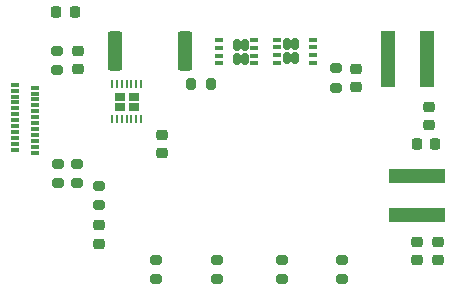
<source format=gbr>
%TF.GenerationSoftware,KiCad,Pcbnew,7.0.10-7.0.10~ubuntu20.04.1*%
%TF.CreationDate,2024-10-07T18:01:58+02:00*%
%TF.ProjectId,powerplay,706f7765-7270-46c6-9179-2e6b69636164,rev?*%
%TF.SameCoordinates,Original*%
%TF.FileFunction,Paste,Top*%
%TF.FilePolarity,Positive*%
%FSLAX46Y46*%
G04 Gerber Fmt 4.6, Leading zero omitted, Abs format (unit mm)*
G04 Created by KiCad (PCBNEW 7.0.10-7.0.10~ubuntu20.04.1) date 2024-10-07 18:01:58*
%MOMM*%
%LPD*%
G01*
G04 APERTURE LIST*
G04 Aperture macros list*
%AMRoundRect*
0 Rectangle with rounded corners*
0 $1 Rounding radius*
0 $2 $3 $4 $5 $6 $7 $8 $9 X,Y pos of 4 corners*
0 Add a 4 corners polygon primitive as box body*
4,1,4,$2,$3,$4,$5,$6,$7,$8,$9,$2,$3,0*
0 Add four circle primitives for the rounded corners*
1,1,$1+$1,$2,$3*
1,1,$1+$1,$4,$5*
1,1,$1+$1,$6,$7*
1,1,$1+$1,$8,$9*
0 Add four rect primitives between the rounded corners*
20,1,$1+$1,$2,$3,$4,$5,0*
20,1,$1+$1,$4,$5,$6,$7,0*
20,1,$1+$1,$6,$7,$8,$9,0*
20,1,$1+$1,$8,$9,$2,$3,0*%
G04 Aperture macros list end*
%ADD10RoundRect,0.200000X-0.275000X0.200000X-0.275000X-0.200000X0.275000X-0.200000X0.275000X0.200000X0*%
%ADD11RoundRect,0.150000X0.150000X0.350000X-0.150000X0.350000X-0.150000X-0.350000X0.150000X-0.350000X0*%
%ADD12RoundRect,0.105000X0.245000X0.105000X-0.245000X0.105000X-0.245000X-0.105000X0.245000X-0.105000X0*%
%ADD13RoundRect,0.218750X0.256250X-0.218750X0.256250X0.218750X-0.256250X0.218750X-0.256250X-0.218750X0*%
%ADD14RoundRect,0.150000X-0.150000X-0.350000X0.150000X-0.350000X0.150000X0.350000X-0.150000X0.350000X0*%
%ADD15RoundRect,0.105000X-0.245000X-0.105000X0.245000X-0.105000X0.245000X0.105000X-0.245000X0.105000X0*%
%ADD16R,0.970000X0.700000*%
%ADD17R,0.250000X0.700000*%
%ADD18R,4.700000X1.180000*%
%ADD19RoundRect,0.225000X-0.250000X0.225000X-0.250000X-0.225000X0.250000X-0.225000X0.250000X0.225000X0*%
%ADD20RoundRect,0.225000X0.250000X-0.225000X0.250000X0.225000X-0.250000X0.225000X-0.250000X-0.225000X0*%
%ADD21RoundRect,0.200000X0.275000X-0.200000X0.275000X0.200000X-0.275000X0.200000X-0.275000X-0.200000X0*%
%ADD22R,0.700000X0.300000*%
%ADD23R,1.180000X4.700000*%
%ADD24RoundRect,0.218750X0.218750X0.256250X-0.218750X0.256250X-0.218750X-0.256250X0.218750X-0.256250X0*%
%ADD25RoundRect,0.225000X-0.225000X-0.250000X0.225000X-0.250000X0.225000X0.250000X-0.225000X0.250000X0*%
%ADD26RoundRect,0.200000X-0.200000X-0.275000X0.200000X-0.275000X0.200000X0.275000X-0.200000X0.275000X0*%
%ADD27RoundRect,0.250000X-0.362500X-1.425000X0.362500X-1.425000X0.362500X1.425000X-0.362500X1.425000X0*%
G04 APERTURE END LIST*
D10*
%TO.C,R9*%
X149931904Y-92584000D03*
X149931904Y-94234000D03*
%TD*%
D11*
%TO.C,Q1*%
X156559467Y-75475000D03*
X156559467Y-74345000D03*
X155849467Y-75475000D03*
X155849467Y-74345000D03*
D12*
X155079467Y-75885000D03*
X155079467Y-75235000D03*
X155079467Y-74585000D03*
X155079467Y-73935000D03*
X158079467Y-75885000D03*
X158079467Y-75235000D03*
X158079467Y-74585000D03*
X158079467Y-73935000D03*
%TD*%
D10*
%TO.C,R5*%
X139954000Y-86297000D03*
X139954000Y-87947000D03*
%TD*%
D13*
%TO.C,D2*%
X139954000Y-91211500D03*
X139954000Y-89636500D03*
%TD*%
D10*
%TO.C,R8*%
X155436907Y-92584000D03*
X155436907Y-94234000D03*
%TD*%
D14*
%TO.C,Q2*%
X151650573Y-74410000D03*
X151650573Y-75540000D03*
X152360573Y-74410000D03*
X152360573Y-75540000D03*
D15*
X153130573Y-74000000D03*
X153130573Y-74650000D03*
X153130573Y-75300000D03*
X153130573Y-75950000D03*
X150130573Y-74000000D03*
X150130573Y-74650000D03*
X150130573Y-75300000D03*
X150130573Y-75950000D03*
%TD*%
D16*
%TO.C,U1*%
X142897500Y-78754000D03*
X141722500Y-78754000D03*
X142897500Y-79649000D03*
X141722500Y-79649000D03*
D17*
X143510000Y-77724000D03*
X143110000Y-77724000D03*
X142710000Y-77724000D03*
X142310000Y-77724000D03*
X141910000Y-77724000D03*
X141510000Y-77724000D03*
X141110000Y-77724000D03*
X141110000Y-80674000D03*
X141510000Y-80674000D03*
X141910000Y-80674000D03*
X142310000Y-80674000D03*
X142710000Y-80674000D03*
X143110000Y-80674000D03*
X143510000Y-80674000D03*
%TD*%
D18*
%TO.C,L2*%
X166878000Y-85467000D03*
X166878000Y-88777000D03*
%TD*%
D19*
%TO.C,C3*%
X145288000Y-82029000D03*
X145288000Y-83579000D03*
%TD*%
D20*
%TO.C,C6*%
X166878000Y-92627517D03*
X166878000Y-91077517D03*
%TD*%
D21*
%TO.C,R6*%
X136486305Y-86097467D03*
X136486305Y-84447467D03*
%TD*%
%TO.C,R1*%
X136398000Y-76517000D03*
X136398000Y-74867000D03*
%TD*%
%TO.C,R10*%
X144840810Y-94234000D03*
X144840810Y-92584000D03*
%TD*%
%TO.C,R7*%
X138146282Y-86101023D03*
X138146282Y-84451023D03*
%TD*%
%TO.C,R11*%
X160528000Y-94234000D03*
X160528000Y-92584000D03*
%TD*%
D19*
%TO.C,C7*%
X168656000Y-91089277D03*
X168656000Y-92639277D03*
%TD*%
D20*
%TO.C,C4*%
X167894000Y-81166000D03*
X167894000Y-79616000D03*
%TD*%
D22*
%TO.C,J1*%
X134559512Y-78007757D03*
X134559512Y-78507757D03*
X134559512Y-79007757D03*
X134559512Y-79507757D03*
X134559512Y-80007757D03*
X134559512Y-80507757D03*
X134559512Y-81007757D03*
X134559512Y-81507757D03*
X134559512Y-82007757D03*
X134559512Y-82507757D03*
X134559512Y-83007757D03*
X134559512Y-83507757D03*
X132859512Y-83257757D03*
X132859512Y-82757757D03*
X132859512Y-82257757D03*
X132859512Y-81757757D03*
X132859512Y-81257757D03*
X132859512Y-80757757D03*
X132859512Y-80257757D03*
X132859512Y-79757757D03*
X132859512Y-79257757D03*
X132859512Y-78757757D03*
X132859512Y-78257757D03*
X132859512Y-77757757D03*
%TD*%
D10*
%TO.C,R4*%
X160039746Y-76378000D03*
X160039746Y-78028000D03*
%TD*%
D23*
%TO.C,L1*%
X164460795Y-75580021D03*
X167770795Y-75580021D03*
%TD*%
D24*
%TO.C,D1*%
X137947500Y-71628000D03*
X136372500Y-71628000D03*
%TD*%
D25*
%TO.C,C5*%
X166889760Y-82769013D03*
X168439760Y-82769013D03*
%TD*%
D26*
%TO.C,R3*%
X147765000Y-77724000D03*
X149415000Y-77724000D03*
%TD*%
D20*
%TO.C,C1*%
X138176000Y-76467000D03*
X138176000Y-74917000D03*
%TD*%
D27*
%TO.C,R2*%
X141309500Y-74930000D03*
X147234500Y-74930000D03*
%TD*%
D19*
%TO.C,C2*%
X161762091Y-76428000D03*
X161762091Y-77978000D03*
%TD*%
M02*

</source>
